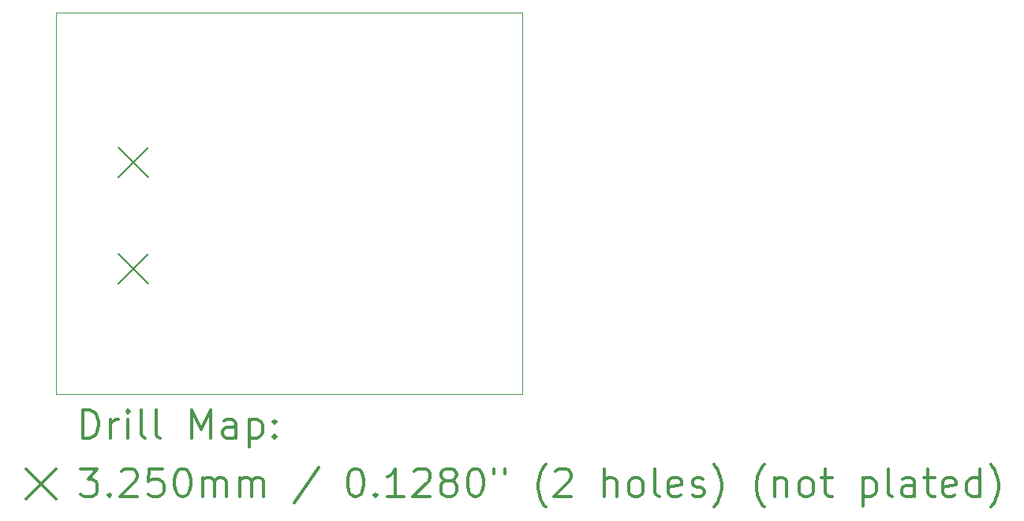
<source format=gbr>
%FSLAX45Y45*%
G04 Gerber Fmt 4.5, Leading zero omitted, Abs format (unit mm)*
G04 Created by KiCad (PCBNEW (5.1.12)-1) date 2021-12-16 15:17:34*
%MOMM*%
%LPD*%
G01*
G04 APERTURE LIST*
%TA.AperFunction,Profile*%
%ADD10C,0.050000*%
%TD*%
%ADD11C,0.200000*%
%ADD12C,0.300000*%
G04 APERTURE END LIST*
D10*
X9525000Y-11772900D02*
X9525000Y-7672900D01*
X14525000Y-11772900D02*
X9525000Y-11772900D01*
X14525000Y-7672900D02*
X14525000Y-11772900D01*
X9525000Y-7672900D02*
X14525000Y-7672900D01*
D11*
X10188000Y-9121200D02*
X10513000Y-9446200D01*
X10513000Y-9121200D02*
X10188000Y-9446200D01*
X10188000Y-10264200D02*
X10513000Y-10589200D01*
X10513000Y-10264200D02*
X10188000Y-10589200D01*
D12*
X9808928Y-12241114D02*
X9808928Y-11941114D01*
X9880357Y-11941114D01*
X9923214Y-11955400D01*
X9951786Y-11983971D01*
X9966071Y-12012543D01*
X9980357Y-12069686D01*
X9980357Y-12112543D01*
X9966071Y-12169686D01*
X9951786Y-12198257D01*
X9923214Y-12226829D01*
X9880357Y-12241114D01*
X9808928Y-12241114D01*
X10108928Y-12241114D02*
X10108928Y-12041114D01*
X10108928Y-12098257D02*
X10123214Y-12069686D01*
X10137500Y-12055400D01*
X10166071Y-12041114D01*
X10194643Y-12041114D01*
X10294643Y-12241114D02*
X10294643Y-12041114D01*
X10294643Y-11941114D02*
X10280357Y-11955400D01*
X10294643Y-11969686D01*
X10308928Y-11955400D01*
X10294643Y-11941114D01*
X10294643Y-11969686D01*
X10480357Y-12241114D02*
X10451786Y-12226829D01*
X10437500Y-12198257D01*
X10437500Y-11941114D01*
X10637500Y-12241114D02*
X10608928Y-12226829D01*
X10594643Y-12198257D01*
X10594643Y-11941114D01*
X10980357Y-12241114D02*
X10980357Y-11941114D01*
X11080357Y-12155400D01*
X11180357Y-11941114D01*
X11180357Y-12241114D01*
X11451786Y-12241114D02*
X11451786Y-12083971D01*
X11437500Y-12055400D01*
X11408928Y-12041114D01*
X11351786Y-12041114D01*
X11323214Y-12055400D01*
X11451786Y-12226829D02*
X11423214Y-12241114D01*
X11351786Y-12241114D01*
X11323214Y-12226829D01*
X11308928Y-12198257D01*
X11308928Y-12169686D01*
X11323214Y-12141114D01*
X11351786Y-12126829D01*
X11423214Y-12126829D01*
X11451786Y-12112543D01*
X11594643Y-12041114D02*
X11594643Y-12341114D01*
X11594643Y-12055400D02*
X11623214Y-12041114D01*
X11680357Y-12041114D01*
X11708928Y-12055400D01*
X11723214Y-12069686D01*
X11737500Y-12098257D01*
X11737500Y-12183971D01*
X11723214Y-12212543D01*
X11708928Y-12226829D01*
X11680357Y-12241114D01*
X11623214Y-12241114D01*
X11594643Y-12226829D01*
X11866071Y-12212543D02*
X11880357Y-12226829D01*
X11866071Y-12241114D01*
X11851786Y-12226829D01*
X11866071Y-12212543D01*
X11866071Y-12241114D01*
X11866071Y-12055400D02*
X11880357Y-12069686D01*
X11866071Y-12083971D01*
X11851786Y-12069686D01*
X11866071Y-12055400D01*
X11866071Y-12083971D01*
X9197500Y-12572900D02*
X9522500Y-12897900D01*
X9522500Y-12572900D02*
X9197500Y-12897900D01*
X9780357Y-12571114D02*
X9966071Y-12571114D01*
X9866071Y-12685400D01*
X9908928Y-12685400D01*
X9937500Y-12699686D01*
X9951786Y-12713971D01*
X9966071Y-12742543D01*
X9966071Y-12813971D01*
X9951786Y-12842543D01*
X9937500Y-12856829D01*
X9908928Y-12871114D01*
X9823214Y-12871114D01*
X9794643Y-12856829D01*
X9780357Y-12842543D01*
X10094643Y-12842543D02*
X10108928Y-12856829D01*
X10094643Y-12871114D01*
X10080357Y-12856829D01*
X10094643Y-12842543D01*
X10094643Y-12871114D01*
X10223214Y-12599686D02*
X10237500Y-12585400D01*
X10266071Y-12571114D01*
X10337500Y-12571114D01*
X10366071Y-12585400D01*
X10380357Y-12599686D01*
X10394643Y-12628257D01*
X10394643Y-12656829D01*
X10380357Y-12699686D01*
X10208928Y-12871114D01*
X10394643Y-12871114D01*
X10666071Y-12571114D02*
X10523214Y-12571114D01*
X10508928Y-12713971D01*
X10523214Y-12699686D01*
X10551786Y-12685400D01*
X10623214Y-12685400D01*
X10651786Y-12699686D01*
X10666071Y-12713971D01*
X10680357Y-12742543D01*
X10680357Y-12813971D01*
X10666071Y-12842543D01*
X10651786Y-12856829D01*
X10623214Y-12871114D01*
X10551786Y-12871114D01*
X10523214Y-12856829D01*
X10508928Y-12842543D01*
X10866071Y-12571114D02*
X10894643Y-12571114D01*
X10923214Y-12585400D01*
X10937500Y-12599686D01*
X10951786Y-12628257D01*
X10966071Y-12685400D01*
X10966071Y-12756829D01*
X10951786Y-12813971D01*
X10937500Y-12842543D01*
X10923214Y-12856829D01*
X10894643Y-12871114D01*
X10866071Y-12871114D01*
X10837500Y-12856829D01*
X10823214Y-12842543D01*
X10808928Y-12813971D01*
X10794643Y-12756829D01*
X10794643Y-12685400D01*
X10808928Y-12628257D01*
X10823214Y-12599686D01*
X10837500Y-12585400D01*
X10866071Y-12571114D01*
X11094643Y-12871114D02*
X11094643Y-12671114D01*
X11094643Y-12699686D02*
X11108928Y-12685400D01*
X11137500Y-12671114D01*
X11180357Y-12671114D01*
X11208928Y-12685400D01*
X11223214Y-12713971D01*
X11223214Y-12871114D01*
X11223214Y-12713971D02*
X11237500Y-12685400D01*
X11266071Y-12671114D01*
X11308928Y-12671114D01*
X11337500Y-12685400D01*
X11351786Y-12713971D01*
X11351786Y-12871114D01*
X11494643Y-12871114D02*
X11494643Y-12671114D01*
X11494643Y-12699686D02*
X11508928Y-12685400D01*
X11537500Y-12671114D01*
X11580357Y-12671114D01*
X11608928Y-12685400D01*
X11623214Y-12713971D01*
X11623214Y-12871114D01*
X11623214Y-12713971D02*
X11637500Y-12685400D01*
X11666071Y-12671114D01*
X11708928Y-12671114D01*
X11737500Y-12685400D01*
X11751786Y-12713971D01*
X11751786Y-12871114D01*
X12337500Y-12556829D02*
X12080357Y-12942543D01*
X12723214Y-12571114D02*
X12751786Y-12571114D01*
X12780357Y-12585400D01*
X12794643Y-12599686D01*
X12808928Y-12628257D01*
X12823214Y-12685400D01*
X12823214Y-12756829D01*
X12808928Y-12813971D01*
X12794643Y-12842543D01*
X12780357Y-12856829D01*
X12751786Y-12871114D01*
X12723214Y-12871114D01*
X12694643Y-12856829D01*
X12680357Y-12842543D01*
X12666071Y-12813971D01*
X12651786Y-12756829D01*
X12651786Y-12685400D01*
X12666071Y-12628257D01*
X12680357Y-12599686D01*
X12694643Y-12585400D01*
X12723214Y-12571114D01*
X12951786Y-12842543D02*
X12966071Y-12856829D01*
X12951786Y-12871114D01*
X12937500Y-12856829D01*
X12951786Y-12842543D01*
X12951786Y-12871114D01*
X13251786Y-12871114D02*
X13080357Y-12871114D01*
X13166071Y-12871114D02*
X13166071Y-12571114D01*
X13137500Y-12613971D01*
X13108928Y-12642543D01*
X13080357Y-12656829D01*
X13366071Y-12599686D02*
X13380357Y-12585400D01*
X13408928Y-12571114D01*
X13480357Y-12571114D01*
X13508928Y-12585400D01*
X13523214Y-12599686D01*
X13537500Y-12628257D01*
X13537500Y-12656829D01*
X13523214Y-12699686D01*
X13351786Y-12871114D01*
X13537500Y-12871114D01*
X13708928Y-12699686D02*
X13680357Y-12685400D01*
X13666071Y-12671114D01*
X13651786Y-12642543D01*
X13651786Y-12628257D01*
X13666071Y-12599686D01*
X13680357Y-12585400D01*
X13708928Y-12571114D01*
X13766071Y-12571114D01*
X13794643Y-12585400D01*
X13808928Y-12599686D01*
X13823214Y-12628257D01*
X13823214Y-12642543D01*
X13808928Y-12671114D01*
X13794643Y-12685400D01*
X13766071Y-12699686D01*
X13708928Y-12699686D01*
X13680357Y-12713971D01*
X13666071Y-12728257D01*
X13651786Y-12756829D01*
X13651786Y-12813971D01*
X13666071Y-12842543D01*
X13680357Y-12856829D01*
X13708928Y-12871114D01*
X13766071Y-12871114D01*
X13794643Y-12856829D01*
X13808928Y-12842543D01*
X13823214Y-12813971D01*
X13823214Y-12756829D01*
X13808928Y-12728257D01*
X13794643Y-12713971D01*
X13766071Y-12699686D01*
X14008928Y-12571114D02*
X14037500Y-12571114D01*
X14066071Y-12585400D01*
X14080357Y-12599686D01*
X14094643Y-12628257D01*
X14108928Y-12685400D01*
X14108928Y-12756829D01*
X14094643Y-12813971D01*
X14080357Y-12842543D01*
X14066071Y-12856829D01*
X14037500Y-12871114D01*
X14008928Y-12871114D01*
X13980357Y-12856829D01*
X13966071Y-12842543D01*
X13951786Y-12813971D01*
X13937500Y-12756829D01*
X13937500Y-12685400D01*
X13951786Y-12628257D01*
X13966071Y-12599686D01*
X13980357Y-12585400D01*
X14008928Y-12571114D01*
X14223214Y-12571114D02*
X14223214Y-12628257D01*
X14337500Y-12571114D02*
X14337500Y-12628257D01*
X14780357Y-12985400D02*
X14766071Y-12971114D01*
X14737500Y-12928257D01*
X14723214Y-12899686D01*
X14708928Y-12856829D01*
X14694643Y-12785400D01*
X14694643Y-12728257D01*
X14708928Y-12656829D01*
X14723214Y-12613971D01*
X14737500Y-12585400D01*
X14766071Y-12542543D01*
X14780357Y-12528257D01*
X14880357Y-12599686D02*
X14894643Y-12585400D01*
X14923214Y-12571114D01*
X14994643Y-12571114D01*
X15023214Y-12585400D01*
X15037500Y-12599686D01*
X15051786Y-12628257D01*
X15051786Y-12656829D01*
X15037500Y-12699686D01*
X14866071Y-12871114D01*
X15051786Y-12871114D01*
X15408928Y-12871114D02*
X15408928Y-12571114D01*
X15537500Y-12871114D02*
X15537500Y-12713971D01*
X15523214Y-12685400D01*
X15494643Y-12671114D01*
X15451786Y-12671114D01*
X15423214Y-12685400D01*
X15408928Y-12699686D01*
X15723214Y-12871114D02*
X15694643Y-12856829D01*
X15680357Y-12842543D01*
X15666071Y-12813971D01*
X15666071Y-12728257D01*
X15680357Y-12699686D01*
X15694643Y-12685400D01*
X15723214Y-12671114D01*
X15766071Y-12671114D01*
X15794643Y-12685400D01*
X15808928Y-12699686D01*
X15823214Y-12728257D01*
X15823214Y-12813971D01*
X15808928Y-12842543D01*
X15794643Y-12856829D01*
X15766071Y-12871114D01*
X15723214Y-12871114D01*
X15994643Y-12871114D02*
X15966071Y-12856829D01*
X15951786Y-12828257D01*
X15951786Y-12571114D01*
X16223214Y-12856829D02*
X16194643Y-12871114D01*
X16137500Y-12871114D01*
X16108928Y-12856829D01*
X16094643Y-12828257D01*
X16094643Y-12713971D01*
X16108928Y-12685400D01*
X16137500Y-12671114D01*
X16194643Y-12671114D01*
X16223214Y-12685400D01*
X16237500Y-12713971D01*
X16237500Y-12742543D01*
X16094643Y-12771114D01*
X16351786Y-12856829D02*
X16380357Y-12871114D01*
X16437500Y-12871114D01*
X16466071Y-12856829D01*
X16480357Y-12828257D01*
X16480357Y-12813971D01*
X16466071Y-12785400D01*
X16437500Y-12771114D01*
X16394643Y-12771114D01*
X16366071Y-12756829D01*
X16351786Y-12728257D01*
X16351786Y-12713971D01*
X16366071Y-12685400D01*
X16394643Y-12671114D01*
X16437500Y-12671114D01*
X16466071Y-12685400D01*
X16580357Y-12985400D02*
X16594643Y-12971114D01*
X16623214Y-12928257D01*
X16637500Y-12899686D01*
X16651786Y-12856829D01*
X16666071Y-12785400D01*
X16666071Y-12728257D01*
X16651786Y-12656829D01*
X16637500Y-12613971D01*
X16623214Y-12585400D01*
X16594643Y-12542543D01*
X16580357Y-12528257D01*
X17123214Y-12985400D02*
X17108928Y-12971114D01*
X17080357Y-12928257D01*
X17066071Y-12899686D01*
X17051786Y-12856829D01*
X17037500Y-12785400D01*
X17037500Y-12728257D01*
X17051786Y-12656829D01*
X17066071Y-12613971D01*
X17080357Y-12585400D01*
X17108928Y-12542543D01*
X17123214Y-12528257D01*
X17237500Y-12671114D02*
X17237500Y-12871114D01*
X17237500Y-12699686D02*
X17251786Y-12685400D01*
X17280357Y-12671114D01*
X17323214Y-12671114D01*
X17351786Y-12685400D01*
X17366071Y-12713971D01*
X17366071Y-12871114D01*
X17551786Y-12871114D02*
X17523214Y-12856829D01*
X17508928Y-12842543D01*
X17494643Y-12813971D01*
X17494643Y-12728257D01*
X17508928Y-12699686D01*
X17523214Y-12685400D01*
X17551786Y-12671114D01*
X17594643Y-12671114D01*
X17623214Y-12685400D01*
X17637500Y-12699686D01*
X17651786Y-12728257D01*
X17651786Y-12813971D01*
X17637500Y-12842543D01*
X17623214Y-12856829D01*
X17594643Y-12871114D01*
X17551786Y-12871114D01*
X17737500Y-12671114D02*
X17851786Y-12671114D01*
X17780357Y-12571114D02*
X17780357Y-12828257D01*
X17794643Y-12856829D01*
X17823214Y-12871114D01*
X17851786Y-12871114D01*
X18180357Y-12671114D02*
X18180357Y-12971114D01*
X18180357Y-12685400D02*
X18208928Y-12671114D01*
X18266071Y-12671114D01*
X18294643Y-12685400D01*
X18308928Y-12699686D01*
X18323214Y-12728257D01*
X18323214Y-12813971D01*
X18308928Y-12842543D01*
X18294643Y-12856829D01*
X18266071Y-12871114D01*
X18208928Y-12871114D01*
X18180357Y-12856829D01*
X18494643Y-12871114D02*
X18466071Y-12856829D01*
X18451786Y-12828257D01*
X18451786Y-12571114D01*
X18737500Y-12871114D02*
X18737500Y-12713971D01*
X18723214Y-12685400D01*
X18694643Y-12671114D01*
X18637500Y-12671114D01*
X18608928Y-12685400D01*
X18737500Y-12856829D02*
X18708928Y-12871114D01*
X18637500Y-12871114D01*
X18608928Y-12856829D01*
X18594643Y-12828257D01*
X18594643Y-12799686D01*
X18608928Y-12771114D01*
X18637500Y-12756829D01*
X18708928Y-12756829D01*
X18737500Y-12742543D01*
X18837500Y-12671114D02*
X18951786Y-12671114D01*
X18880357Y-12571114D02*
X18880357Y-12828257D01*
X18894643Y-12856829D01*
X18923214Y-12871114D01*
X18951786Y-12871114D01*
X19166071Y-12856829D02*
X19137500Y-12871114D01*
X19080357Y-12871114D01*
X19051786Y-12856829D01*
X19037500Y-12828257D01*
X19037500Y-12713971D01*
X19051786Y-12685400D01*
X19080357Y-12671114D01*
X19137500Y-12671114D01*
X19166071Y-12685400D01*
X19180357Y-12713971D01*
X19180357Y-12742543D01*
X19037500Y-12771114D01*
X19437500Y-12871114D02*
X19437500Y-12571114D01*
X19437500Y-12856829D02*
X19408928Y-12871114D01*
X19351786Y-12871114D01*
X19323214Y-12856829D01*
X19308928Y-12842543D01*
X19294643Y-12813971D01*
X19294643Y-12728257D01*
X19308928Y-12699686D01*
X19323214Y-12685400D01*
X19351786Y-12671114D01*
X19408928Y-12671114D01*
X19437500Y-12685400D01*
X19551786Y-12985400D02*
X19566071Y-12971114D01*
X19594643Y-12928257D01*
X19608928Y-12899686D01*
X19623214Y-12856829D01*
X19637500Y-12785400D01*
X19637500Y-12728257D01*
X19623214Y-12656829D01*
X19608928Y-12613971D01*
X19594643Y-12585400D01*
X19566071Y-12542543D01*
X19551786Y-12528257D01*
M02*

</source>
